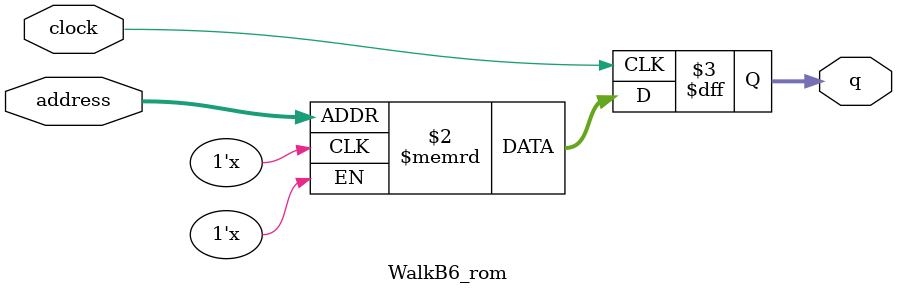
<source format=sv>
module WalkB6_rom (
	input logic clock,
	input logic [12:0] address,
	output logic [2:0] q
);

logic [2:0] memory [0:5399] /* synthesis ram_init_file = "./WalkB6/WalkB6.mif" */;

always_ff @ (posedge clock) begin
	q <= memory[address];
end

endmodule

</source>
